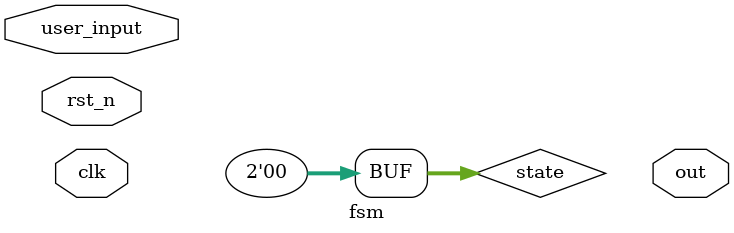
<source format=v>

module fsm(out, user_input, clk, rst_n);

input [2:0] user_input;
input clk, rst_n;
output reg [2:0] out;

reg [1:0] state;

//an FSM where the state is equal to the user input
//-copilot next line-
//copilot mean_prob: 0.3380500671250571

always @* 
  state <= 0;

endmodule
</source>
